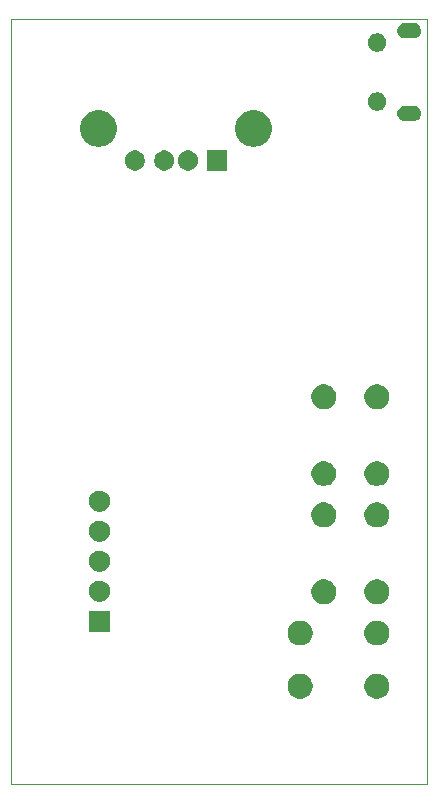
<source format=gbs>
G04 #@! TF.GenerationSoftware,KiCad,Pcbnew,(5.1.5)-3*
G04 #@! TF.CreationDate,2020-05-10T00:15:01-05:00*
G04 #@! TF.ProjectId,PWManager,50574d61-6e61-4676-9572-2e6b69636164,rev?*
G04 #@! TF.SameCoordinates,Original*
G04 #@! TF.FileFunction,Soldermask,Bot*
G04 #@! TF.FilePolarity,Negative*
%FSLAX46Y46*%
G04 Gerber Fmt 4.6, Leading zero omitted, Abs format (unit mm)*
G04 Created by KiCad (PCBNEW (5.1.5)-3) date 2020-05-10 00:15:01*
%MOMM*%
%LPD*%
G04 APERTURE LIST*
%ADD10C,0.050000*%
%ADD11C,0.100000*%
G04 APERTURE END LIST*
D10*
X157750000Y-86750000D02*
X157750000Y-22000000D01*
X157750000Y-86750000D02*
X122500000Y-86750000D01*
X122500000Y-86750000D02*
X122500000Y-22000000D01*
X157750000Y-22000000D02*
X122500000Y-22000000D01*
D11*
G36*
X153806564Y-77489389D02*
G01*
X153997833Y-77568615D01*
X153997835Y-77568616D01*
X154169973Y-77683635D01*
X154316365Y-77830027D01*
X154431385Y-78002167D01*
X154510611Y-78193436D01*
X154551000Y-78396484D01*
X154551000Y-78603516D01*
X154510611Y-78806564D01*
X154431385Y-78997833D01*
X154431384Y-78997835D01*
X154316365Y-79169973D01*
X154169973Y-79316365D01*
X153997835Y-79431384D01*
X153997834Y-79431385D01*
X153997833Y-79431385D01*
X153806564Y-79510611D01*
X153603516Y-79551000D01*
X153396484Y-79551000D01*
X153193436Y-79510611D01*
X153002167Y-79431385D01*
X153002166Y-79431385D01*
X153002165Y-79431384D01*
X152830027Y-79316365D01*
X152683635Y-79169973D01*
X152568616Y-78997835D01*
X152568615Y-78997833D01*
X152489389Y-78806564D01*
X152449000Y-78603516D01*
X152449000Y-78396484D01*
X152489389Y-78193436D01*
X152568615Y-78002167D01*
X152683635Y-77830027D01*
X152830027Y-77683635D01*
X153002165Y-77568616D01*
X153002167Y-77568615D01*
X153193436Y-77489389D01*
X153396484Y-77449000D01*
X153603516Y-77449000D01*
X153806564Y-77489389D01*
G37*
G36*
X147306564Y-77489389D02*
G01*
X147497833Y-77568615D01*
X147497835Y-77568616D01*
X147669973Y-77683635D01*
X147816365Y-77830027D01*
X147931385Y-78002167D01*
X148010611Y-78193436D01*
X148051000Y-78396484D01*
X148051000Y-78603516D01*
X148010611Y-78806564D01*
X147931385Y-78997833D01*
X147931384Y-78997835D01*
X147816365Y-79169973D01*
X147669973Y-79316365D01*
X147497835Y-79431384D01*
X147497834Y-79431385D01*
X147497833Y-79431385D01*
X147306564Y-79510611D01*
X147103516Y-79551000D01*
X146896484Y-79551000D01*
X146693436Y-79510611D01*
X146502167Y-79431385D01*
X146502166Y-79431385D01*
X146502165Y-79431384D01*
X146330027Y-79316365D01*
X146183635Y-79169973D01*
X146068616Y-78997835D01*
X146068615Y-78997833D01*
X145989389Y-78806564D01*
X145949000Y-78603516D01*
X145949000Y-78396484D01*
X145989389Y-78193436D01*
X146068615Y-78002167D01*
X146183635Y-77830027D01*
X146330027Y-77683635D01*
X146502165Y-77568616D01*
X146502167Y-77568615D01*
X146693436Y-77489389D01*
X146896484Y-77449000D01*
X147103516Y-77449000D01*
X147306564Y-77489389D01*
G37*
G36*
X147306564Y-72989389D02*
G01*
X147497833Y-73068615D01*
X147497835Y-73068616D01*
X147669973Y-73183635D01*
X147816365Y-73330027D01*
X147931385Y-73502167D01*
X148010611Y-73693436D01*
X148051000Y-73896484D01*
X148051000Y-74103516D01*
X148010611Y-74306564D01*
X147931385Y-74497833D01*
X147931384Y-74497835D01*
X147816365Y-74669973D01*
X147669973Y-74816365D01*
X147497835Y-74931384D01*
X147497834Y-74931385D01*
X147497833Y-74931385D01*
X147306564Y-75010611D01*
X147103516Y-75051000D01*
X146896484Y-75051000D01*
X146693436Y-75010611D01*
X146502167Y-74931385D01*
X146502166Y-74931385D01*
X146502165Y-74931384D01*
X146330027Y-74816365D01*
X146183635Y-74669973D01*
X146068616Y-74497835D01*
X146068615Y-74497833D01*
X145989389Y-74306564D01*
X145949000Y-74103516D01*
X145949000Y-73896484D01*
X145989389Y-73693436D01*
X146068615Y-73502167D01*
X146183635Y-73330027D01*
X146330027Y-73183635D01*
X146502165Y-73068616D01*
X146502167Y-73068615D01*
X146693436Y-72989389D01*
X146896484Y-72949000D01*
X147103516Y-72949000D01*
X147306564Y-72989389D01*
G37*
G36*
X153806564Y-72989389D02*
G01*
X153997833Y-73068615D01*
X153997835Y-73068616D01*
X154169973Y-73183635D01*
X154316365Y-73330027D01*
X154431385Y-73502167D01*
X154510611Y-73693436D01*
X154551000Y-73896484D01*
X154551000Y-74103516D01*
X154510611Y-74306564D01*
X154431385Y-74497833D01*
X154431384Y-74497835D01*
X154316365Y-74669973D01*
X154169973Y-74816365D01*
X153997835Y-74931384D01*
X153997834Y-74931385D01*
X153997833Y-74931385D01*
X153806564Y-75010611D01*
X153603516Y-75051000D01*
X153396484Y-75051000D01*
X153193436Y-75010611D01*
X153002167Y-74931385D01*
X153002166Y-74931385D01*
X153002165Y-74931384D01*
X152830027Y-74816365D01*
X152683635Y-74669973D01*
X152568616Y-74497835D01*
X152568615Y-74497833D01*
X152489389Y-74306564D01*
X152449000Y-74103516D01*
X152449000Y-73896484D01*
X152489389Y-73693436D01*
X152568615Y-73502167D01*
X152683635Y-73330027D01*
X152830027Y-73183635D01*
X153002165Y-73068616D01*
X153002167Y-73068615D01*
X153193436Y-72989389D01*
X153396484Y-72949000D01*
X153603516Y-72949000D01*
X153806564Y-72989389D01*
G37*
G36*
X130901000Y-73901000D02*
G01*
X129099000Y-73901000D01*
X129099000Y-72099000D01*
X130901000Y-72099000D01*
X130901000Y-73901000D01*
G37*
G36*
X153806564Y-69489389D02*
G01*
X153974620Y-69559000D01*
X153997835Y-69568616D01*
X154169973Y-69683635D01*
X154316365Y-69830027D01*
X154431385Y-70002167D01*
X154510611Y-70193436D01*
X154551000Y-70396484D01*
X154551000Y-70603516D01*
X154510611Y-70806564D01*
X154431385Y-70997833D01*
X154431384Y-70997835D01*
X154316365Y-71169973D01*
X154169973Y-71316365D01*
X153997835Y-71431384D01*
X153997834Y-71431385D01*
X153997833Y-71431385D01*
X153806564Y-71510611D01*
X153603516Y-71551000D01*
X153396484Y-71551000D01*
X153193436Y-71510611D01*
X153002167Y-71431385D01*
X153002166Y-71431385D01*
X153002165Y-71431384D01*
X152830027Y-71316365D01*
X152683635Y-71169973D01*
X152568616Y-70997835D01*
X152568615Y-70997833D01*
X152489389Y-70806564D01*
X152449000Y-70603516D01*
X152449000Y-70396484D01*
X152489389Y-70193436D01*
X152568615Y-70002167D01*
X152683635Y-69830027D01*
X152830027Y-69683635D01*
X153002165Y-69568616D01*
X153025380Y-69559000D01*
X153193436Y-69489389D01*
X153396484Y-69449000D01*
X153603516Y-69449000D01*
X153806564Y-69489389D01*
G37*
G36*
X149306564Y-69489389D02*
G01*
X149474620Y-69559000D01*
X149497835Y-69568616D01*
X149669973Y-69683635D01*
X149816365Y-69830027D01*
X149931385Y-70002167D01*
X150010611Y-70193436D01*
X150051000Y-70396484D01*
X150051000Y-70603516D01*
X150010611Y-70806564D01*
X149931385Y-70997833D01*
X149931384Y-70997835D01*
X149816365Y-71169973D01*
X149669973Y-71316365D01*
X149497835Y-71431384D01*
X149497834Y-71431385D01*
X149497833Y-71431385D01*
X149306564Y-71510611D01*
X149103516Y-71551000D01*
X148896484Y-71551000D01*
X148693436Y-71510611D01*
X148502167Y-71431385D01*
X148502166Y-71431385D01*
X148502165Y-71431384D01*
X148330027Y-71316365D01*
X148183635Y-71169973D01*
X148068616Y-70997835D01*
X148068615Y-70997833D01*
X147989389Y-70806564D01*
X147949000Y-70603516D01*
X147949000Y-70396484D01*
X147989389Y-70193436D01*
X148068615Y-70002167D01*
X148183635Y-69830027D01*
X148330027Y-69683635D01*
X148502165Y-69568616D01*
X148525380Y-69559000D01*
X148693436Y-69489389D01*
X148896484Y-69449000D01*
X149103516Y-69449000D01*
X149306564Y-69489389D01*
G37*
G36*
X130113512Y-69563927D02*
G01*
X130262812Y-69593624D01*
X130426784Y-69661544D01*
X130574354Y-69760147D01*
X130699853Y-69885646D01*
X130798456Y-70033216D01*
X130866376Y-70197188D01*
X130901000Y-70371259D01*
X130901000Y-70548741D01*
X130866376Y-70722812D01*
X130798456Y-70886784D01*
X130699853Y-71034354D01*
X130574354Y-71159853D01*
X130426784Y-71258456D01*
X130262812Y-71326376D01*
X130113512Y-71356073D01*
X130088742Y-71361000D01*
X129911258Y-71361000D01*
X129886488Y-71356073D01*
X129737188Y-71326376D01*
X129573216Y-71258456D01*
X129425646Y-71159853D01*
X129300147Y-71034354D01*
X129201544Y-70886784D01*
X129133624Y-70722812D01*
X129099000Y-70548741D01*
X129099000Y-70371259D01*
X129133624Y-70197188D01*
X129201544Y-70033216D01*
X129300147Y-69885646D01*
X129425646Y-69760147D01*
X129573216Y-69661544D01*
X129737188Y-69593624D01*
X129886488Y-69563927D01*
X129911258Y-69559000D01*
X130088742Y-69559000D01*
X130113512Y-69563927D01*
G37*
G36*
X130113512Y-67023927D02*
G01*
X130262812Y-67053624D01*
X130426784Y-67121544D01*
X130574354Y-67220147D01*
X130699853Y-67345646D01*
X130798456Y-67493216D01*
X130866376Y-67657188D01*
X130901000Y-67831259D01*
X130901000Y-68008741D01*
X130866376Y-68182812D01*
X130798456Y-68346784D01*
X130699853Y-68494354D01*
X130574354Y-68619853D01*
X130426784Y-68718456D01*
X130262812Y-68786376D01*
X130113512Y-68816073D01*
X130088742Y-68821000D01*
X129911258Y-68821000D01*
X129886488Y-68816073D01*
X129737188Y-68786376D01*
X129573216Y-68718456D01*
X129425646Y-68619853D01*
X129300147Y-68494354D01*
X129201544Y-68346784D01*
X129133624Y-68182812D01*
X129099000Y-68008741D01*
X129099000Y-67831259D01*
X129133624Y-67657188D01*
X129201544Y-67493216D01*
X129300147Y-67345646D01*
X129425646Y-67220147D01*
X129573216Y-67121544D01*
X129737188Y-67053624D01*
X129886488Y-67023927D01*
X129911258Y-67019000D01*
X130088742Y-67019000D01*
X130113512Y-67023927D01*
G37*
G36*
X130113512Y-64483927D02*
G01*
X130262812Y-64513624D01*
X130426784Y-64581544D01*
X130574354Y-64680147D01*
X130699853Y-64805646D01*
X130798456Y-64953216D01*
X130866376Y-65117188D01*
X130901000Y-65291259D01*
X130901000Y-65468741D01*
X130866376Y-65642812D01*
X130798456Y-65806784D01*
X130699853Y-65954354D01*
X130574354Y-66079853D01*
X130426784Y-66178456D01*
X130262812Y-66246376D01*
X130113512Y-66276073D01*
X130088742Y-66281000D01*
X129911258Y-66281000D01*
X129886488Y-66276073D01*
X129737188Y-66246376D01*
X129573216Y-66178456D01*
X129425646Y-66079853D01*
X129300147Y-65954354D01*
X129201544Y-65806784D01*
X129133624Y-65642812D01*
X129099000Y-65468741D01*
X129099000Y-65291259D01*
X129133624Y-65117188D01*
X129201544Y-64953216D01*
X129300147Y-64805646D01*
X129425646Y-64680147D01*
X129573216Y-64581544D01*
X129737188Y-64513624D01*
X129886488Y-64483927D01*
X129911258Y-64479000D01*
X130088742Y-64479000D01*
X130113512Y-64483927D01*
G37*
G36*
X149306564Y-62989389D02*
G01*
X149497833Y-63068615D01*
X149497835Y-63068616D01*
X149669973Y-63183635D01*
X149816365Y-63330027D01*
X149872711Y-63414354D01*
X149931385Y-63502167D01*
X150010611Y-63693436D01*
X150051000Y-63896484D01*
X150051000Y-64103516D01*
X150010611Y-64306564D01*
X149939186Y-64479000D01*
X149931384Y-64497835D01*
X149816365Y-64669973D01*
X149669973Y-64816365D01*
X149497835Y-64931384D01*
X149497834Y-64931385D01*
X149497833Y-64931385D01*
X149306564Y-65010611D01*
X149103516Y-65051000D01*
X148896484Y-65051000D01*
X148693436Y-65010611D01*
X148502167Y-64931385D01*
X148502166Y-64931385D01*
X148502165Y-64931384D01*
X148330027Y-64816365D01*
X148183635Y-64669973D01*
X148068616Y-64497835D01*
X148060814Y-64479000D01*
X147989389Y-64306564D01*
X147949000Y-64103516D01*
X147949000Y-63896484D01*
X147989389Y-63693436D01*
X148068615Y-63502167D01*
X148127290Y-63414354D01*
X148183635Y-63330027D01*
X148330027Y-63183635D01*
X148502165Y-63068616D01*
X148502167Y-63068615D01*
X148693436Y-62989389D01*
X148896484Y-62949000D01*
X149103516Y-62949000D01*
X149306564Y-62989389D01*
G37*
G36*
X153806564Y-62989389D02*
G01*
X153997833Y-63068615D01*
X153997835Y-63068616D01*
X154169973Y-63183635D01*
X154316365Y-63330027D01*
X154372711Y-63414354D01*
X154431385Y-63502167D01*
X154510611Y-63693436D01*
X154551000Y-63896484D01*
X154551000Y-64103516D01*
X154510611Y-64306564D01*
X154439186Y-64479000D01*
X154431384Y-64497835D01*
X154316365Y-64669973D01*
X154169973Y-64816365D01*
X153997835Y-64931384D01*
X153997834Y-64931385D01*
X153997833Y-64931385D01*
X153806564Y-65010611D01*
X153603516Y-65051000D01*
X153396484Y-65051000D01*
X153193436Y-65010611D01*
X153002167Y-64931385D01*
X153002166Y-64931385D01*
X153002165Y-64931384D01*
X152830027Y-64816365D01*
X152683635Y-64669973D01*
X152568616Y-64497835D01*
X152560814Y-64479000D01*
X152489389Y-64306564D01*
X152449000Y-64103516D01*
X152449000Y-63896484D01*
X152489389Y-63693436D01*
X152568615Y-63502167D01*
X152627290Y-63414354D01*
X152683635Y-63330027D01*
X152830027Y-63183635D01*
X153002165Y-63068616D01*
X153002167Y-63068615D01*
X153193436Y-62989389D01*
X153396484Y-62949000D01*
X153603516Y-62949000D01*
X153806564Y-62989389D01*
G37*
G36*
X130113512Y-61943927D02*
G01*
X130262812Y-61973624D01*
X130426784Y-62041544D01*
X130574354Y-62140147D01*
X130699853Y-62265646D01*
X130798456Y-62413216D01*
X130866376Y-62577188D01*
X130901000Y-62751259D01*
X130901000Y-62928741D01*
X130866376Y-63102812D01*
X130798456Y-63266784D01*
X130699853Y-63414354D01*
X130574354Y-63539853D01*
X130426784Y-63638456D01*
X130262812Y-63706376D01*
X130113512Y-63736073D01*
X130088742Y-63741000D01*
X129911258Y-63741000D01*
X129886488Y-63736073D01*
X129737188Y-63706376D01*
X129573216Y-63638456D01*
X129425646Y-63539853D01*
X129300147Y-63414354D01*
X129201544Y-63266784D01*
X129133624Y-63102812D01*
X129099000Y-62928741D01*
X129099000Y-62751259D01*
X129133624Y-62577188D01*
X129201544Y-62413216D01*
X129300147Y-62265646D01*
X129425646Y-62140147D01*
X129573216Y-62041544D01*
X129737188Y-61973624D01*
X129886488Y-61943927D01*
X129911258Y-61939000D01*
X130088742Y-61939000D01*
X130113512Y-61943927D01*
G37*
G36*
X153806564Y-59489389D02*
G01*
X153997833Y-59568615D01*
X153997835Y-59568616D01*
X154169973Y-59683635D01*
X154316365Y-59830027D01*
X154431385Y-60002167D01*
X154510611Y-60193436D01*
X154551000Y-60396484D01*
X154551000Y-60603516D01*
X154510611Y-60806564D01*
X154431385Y-60997833D01*
X154431384Y-60997835D01*
X154316365Y-61169973D01*
X154169973Y-61316365D01*
X153997835Y-61431384D01*
X153997834Y-61431385D01*
X153997833Y-61431385D01*
X153806564Y-61510611D01*
X153603516Y-61551000D01*
X153396484Y-61551000D01*
X153193436Y-61510611D01*
X153002167Y-61431385D01*
X153002166Y-61431385D01*
X153002165Y-61431384D01*
X152830027Y-61316365D01*
X152683635Y-61169973D01*
X152568616Y-60997835D01*
X152568615Y-60997833D01*
X152489389Y-60806564D01*
X152449000Y-60603516D01*
X152449000Y-60396484D01*
X152489389Y-60193436D01*
X152568615Y-60002167D01*
X152683635Y-59830027D01*
X152830027Y-59683635D01*
X153002165Y-59568616D01*
X153002167Y-59568615D01*
X153193436Y-59489389D01*
X153396484Y-59449000D01*
X153603516Y-59449000D01*
X153806564Y-59489389D01*
G37*
G36*
X149306564Y-59489389D02*
G01*
X149497833Y-59568615D01*
X149497835Y-59568616D01*
X149669973Y-59683635D01*
X149816365Y-59830027D01*
X149931385Y-60002167D01*
X150010611Y-60193436D01*
X150051000Y-60396484D01*
X150051000Y-60603516D01*
X150010611Y-60806564D01*
X149931385Y-60997833D01*
X149931384Y-60997835D01*
X149816365Y-61169973D01*
X149669973Y-61316365D01*
X149497835Y-61431384D01*
X149497834Y-61431385D01*
X149497833Y-61431385D01*
X149306564Y-61510611D01*
X149103516Y-61551000D01*
X148896484Y-61551000D01*
X148693436Y-61510611D01*
X148502167Y-61431385D01*
X148502166Y-61431385D01*
X148502165Y-61431384D01*
X148330027Y-61316365D01*
X148183635Y-61169973D01*
X148068616Y-60997835D01*
X148068615Y-60997833D01*
X147989389Y-60806564D01*
X147949000Y-60603516D01*
X147949000Y-60396484D01*
X147989389Y-60193436D01*
X148068615Y-60002167D01*
X148183635Y-59830027D01*
X148330027Y-59683635D01*
X148502165Y-59568616D01*
X148502167Y-59568615D01*
X148693436Y-59489389D01*
X148896484Y-59449000D01*
X149103516Y-59449000D01*
X149306564Y-59489389D01*
G37*
G36*
X153806564Y-52989389D02*
G01*
X153997833Y-53068615D01*
X153997835Y-53068616D01*
X154169973Y-53183635D01*
X154316365Y-53330027D01*
X154431385Y-53502167D01*
X154510611Y-53693436D01*
X154551000Y-53896484D01*
X154551000Y-54103516D01*
X154510611Y-54306564D01*
X154431385Y-54497833D01*
X154431384Y-54497835D01*
X154316365Y-54669973D01*
X154169973Y-54816365D01*
X153997835Y-54931384D01*
X153997834Y-54931385D01*
X153997833Y-54931385D01*
X153806564Y-55010611D01*
X153603516Y-55051000D01*
X153396484Y-55051000D01*
X153193436Y-55010611D01*
X153002167Y-54931385D01*
X153002166Y-54931385D01*
X153002165Y-54931384D01*
X152830027Y-54816365D01*
X152683635Y-54669973D01*
X152568616Y-54497835D01*
X152568615Y-54497833D01*
X152489389Y-54306564D01*
X152449000Y-54103516D01*
X152449000Y-53896484D01*
X152489389Y-53693436D01*
X152568615Y-53502167D01*
X152683635Y-53330027D01*
X152830027Y-53183635D01*
X153002165Y-53068616D01*
X153002167Y-53068615D01*
X153193436Y-52989389D01*
X153396484Y-52949000D01*
X153603516Y-52949000D01*
X153806564Y-52989389D01*
G37*
G36*
X149306564Y-52989389D02*
G01*
X149497833Y-53068615D01*
X149497835Y-53068616D01*
X149669973Y-53183635D01*
X149816365Y-53330027D01*
X149931385Y-53502167D01*
X150010611Y-53693436D01*
X150051000Y-53896484D01*
X150051000Y-54103516D01*
X150010611Y-54306564D01*
X149931385Y-54497833D01*
X149931384Y-54497835D01*
X149816365Y-54669973D01*
X149669973Y-54816365D01*
X149497835Y-54931384D01*
X149497834Y-54931385D01*
X149497833Y-54931385D01*
X149306564Y-55010611D01*
X149103516Y-55051000D01*
X148896484Y-55051000D01*
X148693436Y-55010611D01*
X148502167Y-54931385D01*
X148502166Y-54931385D01*
X148502165Y-54931384D01*
X148330027Y-54816365D01*
X148183635Y-54669973D01*
X148068616Y-54497835D01*
X148068615Y-54497833D01*
X147989389Y-54306564D01*
X147949000Y-54103516D01*
X147949000Y-53896484D01*
X147989389Y-53693436D01*
X148068615Y-53502167D01*
X148183635Y-53330027D01*
X148330027Y-53183635D01*
X148502165Y-53068616D01*
X148502167Y-53068615D01*
X148693436Y-52989389D01*
X148896484Y-52949000D01*
X149103516Y-52949000D01*
X149306564Y-52989389D01*
G37*
G36*
X133248228Y-33181703D02*
G01*
X133403100Y-33245853D01*
X133542481Y-33338985D01*
X133661015Y-33457519D01*
X133754147Y-33596900D01*
X133818297Y-33751772D01*
X133851000Y-33916184D01*
X133851000Y-34083816D01*
X133818297Y-34248228D01*
X133754147Y-34403100D01*
X133661015Y-34542481D01*
X133542481Y-34661015D01*
X133403100Y-34754147D01*
X133248228Y-34818297D01*
X133083816Y-34851000D01*
X132916184Y-34851000D01*
X132751772Y-34818297D01*
X132596900Y-34754147D01*
X132457519Y-34661015D01*
X132338985Y-34542481D01*
X132245853Y-34403100D01*
X132181703Y-34248228D01*
X132149000Y-34083816D01*
X132149000Y-33916184D01*
X132181703Y-33751772D01*
X132245853Y-33596900D01*
X132338985Y-33457519D01*
X132457519Y-33338985D01*
X132596900Y-33245853D01*
X132751772Y-33181703D01*
X132916184Y-33149000D01*
X133083816Y-33149000D01*
X133248228Y-33181703D01*
G37*
G36*
X140851000Y-34851000D02*
G01*
X139149000Y-34851000D01*
X139149000Y-33149000D01*
X140851000Y-33149000D01*
X140851000Y-34851000D01*
G37*
G36*
X137748228Y-33181703D02*
G01*
X137903100Y-33245853D01*
X138042481Y-33338985D01*
X138161015Y-33457519D01*
X138254147Y-33596900D01*
X138318297Y-33751772D01*
X138351000Y-33916184D01*
X138351000Y-34083816D01*
X138318297Y-34248228D01*
X138254147Y-34403100D01*
X138161015Y-34542481D01*
X138042481Y-34661015D01*
X137903100Y-34754147D01*
X137748228Y-34818297D01*
X137583816Y-34851000D01*
X137416184Y-34851000D01*
X137251772Y-34818297D01*
X137096900Y-34754147D01*
X136957519Y-34661015D01*
X136838985Y-34542481D01*
X136745853Y-34403100D01*
X136681703Y-34248228D01*
X136649000Y-34083816D01*
X136649000Y-33916184D01*
X136681703Y-33751772D01*
X136745853Y-33596900D01*
X136838985Y-33457519D01*
X136957519Y-33338985D01*
X137096900Y-33245853D01*
X137251772Y-33181703D01*
X137416184Y-33149000D01*
X137583816Y-33149000D01*
X137748228Y-33181703D01*
G37*
G36*
X135748228Y-33181703D02*
G01*
X135903100Y-33245853D01*
X136042481Y-33338985D01*
X136161015Y-33457519D01*
X136254147Y-33596900D01*
X136318297Y-33751772D01*
X136351000Y-33916184D01*
X136351000Y-34083816D01*
X136318297Y-34248228D01*
X136254147Y-34403100D01*
X136161015Y-34542481D01*
X136042481Y-34661015D01*
X135903100Y-34754147D01*
X135748228Y-34818297D01*
X135583816Y-34851000D01*
X135416184Y-34851000D01*
X135251772Y-34818297D01*
X135096900Y-34754147D01*
X134957519Y-34661015D01*
X134838985Y-34542481D01*
X134745853Y-34403100D01*
X134681703Y-34248228D01*
X134649000Y-34083816D01*
X134649000Y-33916184D01*
X134681703Y-33751772D01*
X134745853Y-33596900D01*
X134838985Y-33457519D01*
X134957519Y-33338985D01*
X135096900Y-33245853D01*
X135251772Y-33181703D01*
X135416184Y-33149000D01*
X135583816Y-33149000D01*
X135748228Y-33181703D01*
G37*
G36*
X143276372Y-29749664D02*
G01*
X143522410Y-29798604D01*
X143804674Y-29915521D01*
X144058705Y-30085259D01*
X144274741Y-30301295D01*
X144444479Y-30555326D01*
X144561396Y-30837590D01*
X144621000Y-31137240D01*
X144621000Y-31442760D01*
X144561396Y-31742410D01*
X144444479Y-32024674D01*
X144274741Y-32278705D01*
X144058705Y-32494741D01*
X143804674Y-32664479D01*
X143522410Y-32781396D01*
X143372585Y-32811198D01*
X143222761Y-32841000D01*
X142917239Y-32841000D01*
X142767415Y-32811198D01*
X142617590Y-32781396D01*
X142335326Y-32664479D01*
X142081295Y-32494741D01*
X141865259Y-32278705D01*
X141695521Y-32024674D01*
X141578604Y-31742410D01*
X141519000Y-31442760D01*
X141519000Y-31137240D01*
X141578604Y-30837590D01*
X141695521Y-30555326D01*
X141865259Y-30301295D01*
X142081295Y-30085259D01*
X142335326Y-29915521D01*
X142617590Y-29798604D01*
X142863628Y-29749664D01*
X142917239Y-29739000D01*
X143222761Y-29739000D01*
X143276372Y-29749664D01*
G37*
G36*
X130136372Y-29749664D02*
G01*
X130382410Y-29798604D01*
X130664674Y-29915521D01*
X130918705Y-30085259D01*
X131134741Y-30301295D01*
X131304479Y-30555326D01*
X131421396Y-30837590D01*
X131481000Y-31137240D01*
X131481000Y-31442760D01*
X131421396Y-31742410D01*
X131304479Y-32024674D01*
X131134741Y-32278705D01*
X130918705Y-32494741D01*
X130664674Y-32664479D01*
X130382410Y-32781396D01*
X130232585Y-32811198D01*
X130082761Y-32841000D01*
X129777239Y-32841000D01*
X129627415Y-32811198D01*
X129477590Y-32781396D01*
X129195326Y-32664479D01*
X128941295Y-32494741D01*
X128725259Y-32278705D01*
X128555521Y-32024674D01*
X128438604Y-31742410D01*
X128379000Y-31442760D01*
X128379000Y-31137240D01*
X128438604Y-30837590D01*
X128555521Y-30555326D01*
X128725259Y-30301295D01*
X128941295Y-30085259D01*
X129195326Y-29915521D01*
X129477590Y-29798604D01*
X129723628Y-29749664D01*
X129777239Y-29739000D01*
X130082761Y-29739000D01*
X130136372Y-29749664D01*
G37*
G36*
X156651355Y-29352140D02*
G01*
X156715118Y-29358420D01*
X156805904Y-29385960D01*
X156837836Y-29395646D01*
X156950925Y-29456094D01*
X157050054Y-29537446D01*
X157131406Y-29636575D01*
X157191854Y-29749664D01*
X157191855Y-29749668D01*
X157229080Y-29872382D01*
X157241649Y-30000000D01*
X157229080Y-30127618D01*
X157201540Y-30218404D01*
X157191854Y-30250336D01*
X157131406Y-30363425D01*
X157050054Y-30462554D01*
X156950925Y-30543906D01*
X156837836Y-30604354D01*
X156805904Y-30614040D01*
X156715118Y-30641580D01*
X156651355Y-30647860D01*
X156619474Y-30651000D01*
X155855526Y-30651000D01*
X155823645Y-30647860D01*
X155759882Y-30641580D01*
X155669096Y-30614040D01*
X155637164Y-30604354D01*
X155524075Y-30543906D01*
X155424946Y-30462554D01*
X155343594Y-30363425D01*
X155283146Y-30250336D01*
X155273460Y-30218404D01*
X155245920Y-30127618D01*
X155233351Y-30000000D01*
X155245920Y-29872382D01*
X155283145Y-29749668D01*
X155283146Y-29749664D01*
X155343594Y-29636575D01*
X155424946Y-29537446D01*
X155524075Y-29456094D01*
X155637164Y-29395646D01*
X155669096Y-29385960D01*
X155759882Y-29358420D01*
X155823645Y-29352140D01*
X155855526Y-29349000D01*
X156619474Y-29349000D01*
X156651355Y-29352140D01*
G37*
G36*
X153763848Y-28253820D02*
G01*
X153763850Y-28253821D01*
X153763851Y-28253821D01*
X153905074Y-28312317D01*
X153905077Y-28312319D01*
X154032169Y-28397239D01*
X154140261Y-28505331D01*
X154225181Y-28632423D01*
X154225183Y-28632426D01*
X154283679Y-28773649D01*
X154313500Y-28923571D01*
X154313500Y-29076429D01*
X154283679Y-29226351D01*
X154225183Y-29367574D01*
X154225181Y-29367577D01*
X154140261Y-29494669D01*
X154032169Y-29602761D01*
X153905077Y-29687681D01*
X153905074Y-29687683D01*
X153763851Y-29746179D01*
X153763850Y-29746179D01*
X153763848Y-29746180D01*
X153613931Y-29776000D01*
X153461069Y-29776000D01*
X153311152Y-29746180D01*
X153311150Y-29746179D01*
X153311149Y-29746179D01*
X153169926Y-29687683D01*
X153169923Y-29687681D01*
X153042831Y-29602761D01*
X152934739Y-29494669D01*
X152849819Y-29367577D01*
X152849817Y-29367574D01*
X152791321Y-29226351D01*
X152761500Y-29076429D01*
X152761500Y-28923571D01*
X152791321Y-28773649D01*
X152849817Y-28632426D01*
X152849819Y-28632423D01*
X152934739Y-28505331D01*
X153042831Y-28397239D01*
X153169923Y-28312319D01*
X153169926Y-28312317D01*
X153311149Y-28253821D01*
X153311150Y-28253821D01*
X153311152Y-28253820D01*
X153461069Y-28224000D01*
X153613931Y-28224000D01*
X153763848Y-28253820D01*
G37*
G36*
X153763848Y-23253820D02*
G01*
X153763850Y-23253821D01*
X153763851Y-23253821D01*
X153905074Y-23312317D01*
X153905077Y-23312319D01*
X154032169Y-23397239D01*
X154140261Y-23505331D01*
X154225181Y-23632423D01*
X154225183Y-23632426D01*
X154283679Y-23773649D01*
X154313500Y-23923571D01*
X154313500Y-24076429D01*
X154283679Y-24226351D01*
X154225183Y-24367574D01*
X154225181Y-24367577D01*
X154140261Y-24494669D01*
X154032169Y-24602761D01*
X153905077Y-24687681D01*
X153905074Y-24687683D01*
X153763851Y-24746179D01*
X153763850Y-24746179D01*
X153763848Y-24746180D01*
X153613931Y-24776000D01*
X153461069Y-24776000D01*
X153311152Y-24746180D01*
X153311150Y-24746179D01*
X153311149Y-24746179D01*
X153169926Y-24687683D01*
X153169923Y-24687681D01*
X153042831Y-24602761D01*
X152934739Y-24494669D01*
X152849819Y-24367577D01*
X152849817Y-24367574D01*
X152791321Y-24226351D01*
X152761500Y-24076429D01*
X152761500Y-23923571D01*
X152791321Y-23773649D01*
X152849817Y-23632426D01*
X152849819Y-23632423D01*
X152934739Y-23505331D01*
X153042831Y-23397239D01*
X153169923Y-23312319D01*
X153169926Y-23312317D01*
X153311149Y-23253821D01*
X153311150Y-23253821D01*
X153311152Y-23253820D01*
X153461069Y-23224000D01*
X153613931Y-23224000D01*
X153763848Y-23253820D01*
G37*
G36*
X156651355Y-22352140D02*
G01*
X156715118Y-22358420D01*
X156805904Y-22385960D01*
X156837836Y-22395646D01*
X156950925Y-22456094D01*
X157050054Y-22537446D01*
X157131406Y-22636575D01*
X157191854Y-22749664D01*
X157191855Y-22749668D01*
X157229080Y-22872382D01*
X157241649Y-23000000D01*
X157229080Y-23127618D01*
X157201540Y-23218404D01*
X157191854Y-23250336D01*
X157131406Y-23363425D01*
X157050054Y-23462554D01*
X156950925Y-23543906D01*
X156837836Y-23604354D01*
X156805904Y-23614040D01*
X156715118Y-23641580D01*
X156651355Y-23647860D01*
X156619474Y-23651000D01*
X155855526Y-23651000D01*
X155823645Y-23647860D01*
X155759882Y-23641580D01*
X155669096Y-23614040D01*
X155637164Y-23604354D01*
X155524075Y-23543906D01*
X155424946Y-23462554D01*
X155343594Y-23363425D01*
X155283146Y-23250336D01*
X155273460Y-23218404D01*
X155245920Y-23127618D01*
X155233351Y-23000000D01*
X155245920Y-22872382D01*
X155283145Y-22749668D01*
X155283146Y-22749664D01*
X155343594Y-22636575D01*
X155424946Y-22537446D01*
X155524075Y-22456094D01*
X155637164Y-22395646D01*
X155669096Y-22385960D01*
X155759882Y-22358420D01*
X155823645Y-22352140D01*
X155855526Y-22349000D01*
X156619474Y-22349000D01*
X156651355Y-22352140D01*
G37*
M02*

</source>
